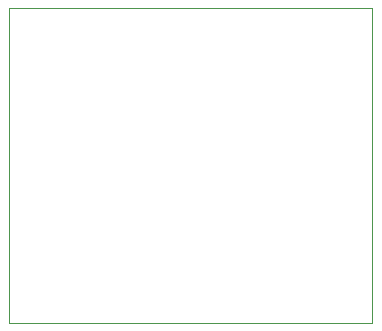
<source format=gbr>
%TF.GenerationSoftware,KiCad,Pcbnew,5.1.6-c6e7f7d~87~ubuntu18.04.1*%
%TF.CreationDate,2021-12-22T00:30:34-08:00*%
%TF.ProjectId,portable-voltage-regulator,706f7274-6162-46c6-952d-766f6c746167,rev?*%
%TF.SameCoordinates,Original*%
%TF.FileFunction,Profile,NP*%
%FSLAX46Y46*%
G04 Gerber Fmt 4.6, Leading zero omitted, Abs format (unit mm)*
G04 Created by KiCad (PCBNEW 5.1.6-c6e7f7d~87~ubuntu18.04.1) date 2021-12-22 00:30:34*
%MOMM*%
%LPD*%
G01*
G04 APERTURE LIST*
%TA.AperFunction,Profile*%
%ADD10C,0.050000*%
%TD*%
G04 APERTURE END LIST*
D10*
X170688000Y-83820000D02*
X139954000Y-83820000D01*
X170688000Y-110490000D02*
X170688000Y-83820000D01*
X139954000Y-110490000D02*
X170688000Y-110490000D01*
X139954000Y-83820000D02*
X139954000Y-110490000D01*
M02*

</source>
